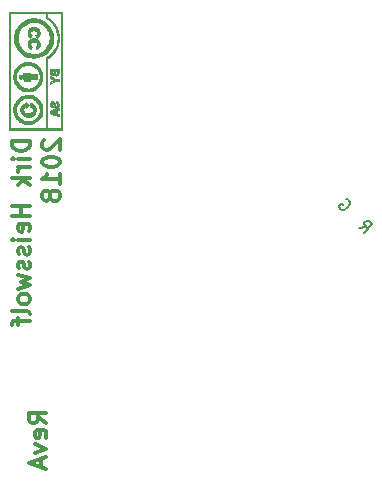
<source format=gbr>
G04 #@! TF.FileFunction,Legend,Bot*
%FSLAX46Y46*%
G04 Gerber Fmt 4.6, Leading zero omitted, Abs format (unit mm)*
G04 Created by KiCad (PCBNEW 4.0.7) date 05/29/18 01:17:18*
%MOMM*%
%LPD*%
G01*
G04 APERTURE LIST*
%ADD10C,0.100000*%
%ADD11C,0.300000*%
%ADD12C,0.002540*%
%ADD13C,0.150000*%
G04 APERTURE END LIST*
D10*
D11*
X120820571Y-122051144D02*
X120106286Y-121551144D01*
X120820571Y-121194001D02*
X119320571Y-121194001D01*
X119320571Y-121765429D01*
X119392000Y-121908287D01*
X119463429Y-121979715D01*
X119606286Y-122051144D01*
X119820571Y-122051144D01*
X119963429Y-121979715D01*
X120034857Y-121908287D01*
X120106286Y-121765429D01*
X120106286Y-121194001D01*
X120749143Y-123265429D02*
X120820571Y-123122572D01*
X120820571Y-122836858D01*
X120749143Y-122694001D01*
X120606286Y-122622572D01*
X120034857Y-122622572D01*
X119892000Y-122694001D01*
X119820571Y-122836858D01*
X119820571Y-123122572D01*
X119892000Y-123265429D01*
X120034857Y-123336858D01*
X120177714Y-123336858D01*
X120320571Y-122622572D01*
X119820571Y-123836858D02*
X120820571Y-124194001D01*
X119820571Y-124551143D01*
X120392000Y-125051143D02*
X120392000Y-125765429D01*
X120820571Y-124908286D02*
X119320571Y-125408286D01*
X120820571Y-125908286D01*
X119418571Y-98147143D02*
X117918571Y-98147143D01*
X117918571Y-98504286D01*
X117990000Y-98718571D01*
X118132857Y-98861429D01*
X118275714Y-98932857D01*
X118561429Y-99004286D01*
X118775714Y-99004286D01*
X119061429Y-98932857D01*
X119204286Y-98861429D01*
X119347143Y-98718571D01*
X119418571Y-98504286D01*
X119418571Y-98147143D01*
X119418571Y-99647143D02*
X118418571Y-99647143D01*
X117918571Y-99647143D02*
X117990000Y-99575714D01*
X118061429Y-99647143D01*
X117990000Y-99718571D01*
X117918571Y-99647143D01*
X118061429Y-99647143D01*
X119418571Y-100361429D02*
X118418571Y-100361429D01*
X118704286Y-100361429D02*
X118561429Y-100432857D01*
X118490000Y-100504286D01*
X118418571Y-100647143D01*
X118418571Y-100790000D01*
X119418571Y-101290000D02*
X117918571Y-101290000D01*
X118847143Y-101432857D02*
X119418571Y-101861428D01*
X118418571Y-101861428D02*
X118990000Y-101290000D01*
X119418571Y-103647143D02*
X117918571Y-103647143D01*
X118632857Y-103647143D02*
X118632857Y-104504286D01*
X119418571Y-104504286D02*
X117918571Y-104504286D01*
X119347143Y-105790000D02*
X119418571Y-105647143D01*
X119418571Y-105361429D01*
X119347143Y-105218572D01*
X119204286Y-105147143D01*
X118632857Y-105147143D01*
X118490000Y-105218572D01*
X118418571Y-105361429D01*
X118418571Y-105647143D01*
X118490000Y-105790000D01*
X118632857Y-105861429D01*
X118775714Y-105861429D01*
X118918571Y-105147143D01*
X119418571Y-106504286D02*
X118418571Y-106504286D01*
X117918571Y-106504286D02*
X117990000Y-106432857D01*
X118061429Y-106504286D01*
X117990000Y-106575714D01*
X117918571Y-106504286D01*
X118061429Y-106504286D01*
X119347143Y-107147143D02*
X119418571Y-107290000D01*
X119418571Y-107575715D01*
X119347143Y-107718572D01*
X119204286Y-107790000D01*
X119132857Y-107790000D01*
X118990000Y-107718572D01*
X118918571Y-107575715D01*
X118918571Y-107361429D01*
X118847143Y-107218572D01*
X118704286Y-107147143D01*
X118632857Y-107147143D01*
X118490000Y-107218572D01*
X118418571Y-107361429D01*
X118418571Y-107575715D01*
X118490000Y-107718572D01*
X119347143Y-108361429D02*
X119418571Y-108504286D01*
X119418571Y-108790001D01*
X119347143Y-108932858D01*
X119204286Y-109004286D01*
X119132857Y-109004286D01*
X118990000Y-108932858D01*
X118918571Y-108790001D01*
X118918571Y-108575715D01*
X118847143Y-108432858D01*
X118704286Y-108361429D01*
X118632857Y-108361429D01*
X118490000Y-108432858D01*
X118418571Y-108575715D01*
X118418571Y-108790001D01*
X118490000Y-108932858D01*
X118418571Y-109504287D02*
X119418571Y-109790001D01*
X118704286Y-110075715D01*
X119418571Y-110361430D01*
X118418571Y-110647144D01*
X119418571Y-111432859D02*
X119347143Y-111290001D01*
X119275714Y-111218573D01*
X119132857Y-111147144D01*
X118704286Y-111147144D01*
X118561429Y-111218573D01*
X118490000Y-111290001D01*
X118418571Y-111432859D01*
X118418571Y-111647144D01*
X118490000Y-111790001D01*
X118561429Y-111861430D01*
X118704286Y-111932859D01*
X119132857Y-111932859D01*
X119275714Y-111861430D01*
X119347143Y-111790001D01*
X119418571Y-111647144D01*
X119418571Y-111432859D01*
X119418571Y-112790002D02*
X119347143Y-112647144D01*
X119204286Y-112575716D01*
X117918571Y-112575716D01*
X118418571Y-113147144D02*
X118418571Y-113718573D01*
X119418571Y-113361430D02*
X118132857Y-113361430D01*
X117990000Y-113432858D01*
X117918571Y-113575716D01*
X117918571Y-113718573D01*
X120611429Y-98075714D02*
X120540000Y-98147143D01*
X120468571Y-98290000D01*
X120468571Y-98647143D01*
X120540000Y-98790000D01*
X120611429Y-98861429D01*
X120754286Y-98932857D01*
X120897143Y-98932857D01*
X121111429Y-98861429D01*
X121968571Y-98004286D01*
X121968571Y-98932857D01*
X120468571Y-99861428D02*
X120468571Y-100004285D01*
X120540000Y-100147142D01*
X120611429Y-100218571D01*
X120754286Y-100290000D01*
X121040000Y-100361428D01*
X121397143Y-100361428D01*
X121682857Y-100290000D01*
X121825714Y-100218571D01*
X121897143Y-100147142D01*
X121968571Y-100004285D01*
X121968571Y-99861428D01*
X121897143Y-99718571D01*
X121825714Y-99647142D01*
X121682857Y-99575714D01*
X121397143Y-99504285D01*
X121040000Y-99504285D01*
X120754286Y-99575714D01*
X120611429Y-99647142D01*
X120540000Y-99718571D01*
X120468571Y-99861428D01*
X121968571Y-101789999D02*
X121968571Y-100932856D01*
X121968571Y-101361428D02*
X120468571Y-101361428D01*
X120682857Y-101218571D01*
X120825714Y-101075713D01*
X120897143Y-100932856D01*
X121111429Y-102647142D02*
X121040000Y-102504284D01*
X120968571Y-102432856D01*
X120825714Y-102361427D01*
X120754286Y-102361427D01*
X120611429Y-102432856D01*
X120540000Y-102504284D01*
X120468571Y-102647142D01*
X120468571Y-102932856D01*
X120540000Y-103075713D01*
X120611429Y-103147142D01*
X120754286Y-103218570D01*
X120825714Y-103218570D01*
X120968571Y-103147142D01*
X121040000Y-103075713D01*
X121111429Y-102932856D01*
X121111429Y-102647142D01*
X121182857Y-102504284D01*
X121254286Y-102432856D01*
X121397143Y-102361427D01*
X121682857Y-102361427D01*
X121825714Y-102432856D01*
X121897143Y-102504284D01*
X121968571Y-102647142D01*
X121968571Y-102932856D01*
X121897143Y-103075713D01*
X121825714Y-103147142D01*
X121682857Y-103218570D01*
X121397143Y-103218570D01*
X121254286Y-103147142D01*
X121182857Y-103075713D01*
X121111429Y-102932856D01*
D12*
G36*
X122120660Y-97208340D02*
X122120660Y-97094040D01*
X120779540Y-97094040D01*
X119313960Y-97094040D01*
X117843300Y-97094040D01*
X117805200Y-97055940D01*
X117769640Y-97017840D01*
X117769640Y-92207080D01*
X117769640Y-87398860D01*
X117805200Y-87360760D01*
X117843300Y-87322660D01*
X119313960Y-87322660D01*
X120779540Y-87325200D01*
X120782080Y-87551260D01*
X120782080Y-87777320D01*
X120911620Y-87861140D01*
X121079260Y-87983060D01*
X121231660Y-88125300D01*
X121368820Y-88285320D01*
X121488200Y-88460580D01*
X121587260Y-88648540D01*
X121666000Y-88846660D01*
X121721880Y-89052400D01*
X121749820Y-89217500D01*
X121757440Y-89303860D01*
X121759980Y-89405460D01*
X121757440Y-89517220D01*
X121749820Y-89626440D01*
X121737120Y-89725500D01*
X121726960Y-89786460D01*
X121671080Y-90002360D01*
X121592340Y-90205560D01*
X121495820Y-90393520D01*
X121373900Y-90571320D01*
X121229120Y-90736420D01*
X121160540Y-90805000D01*
X121099580Y-90860880D01*
X121028460Y-90916760D01*
X120957340Y-90970100D01*
X120911620Y-91003120D01*
X120782080Y-91084400D01*
X120782080Y-94086680D01*
X120779540Y-97094040D01*
X122120660Y-97094040D01*
X122120660Y-97078800D01*
X122019060Y-97078800D01*
X121457720Y-97078800D01*
X120896380Y-97078800D01*
X120896380Y-94122240D01*
X120896380Y-91168220D01*
X121013220Y-91089480D01*
X121150380Y-90992960D01*
X121269760Y-90896440D01*
X121368820Y-90797380D01*
X121457720Y-90693240D01*
X121536460Y-90576400D01*
X121587260Y-90490040D01*
X121658380Y-90350340D01*
X121716800Y-90225880D01*
X121765060Y-90109040D01*
X121803160Y-89989660D01*
X121833640Y-89865200D01*
X121833640Y-89860120D01*
X121869200Y-89677240D01*
X121884440Y-89504520D01*
X121884440Y-89339420D01*
X121866660Y-89171780D01*
X121833640Y-89001600D01*
X121775220Y-88806020D01*
X121693940Y-88610440D01*
X121584720Y-88409780D01*
X121452640Y-88209120D01*
X121404380Y-88140540D01*
X121361200Y-88089740D01*
X121302780Y-88028780D01*
X121236740Y-87965280D01*
X121168160Y-87899240D01*
X121094500Y-87835740D01*
X121028460Y-87782400D01*
X120970040Y-87739220D01*
X120934480Y-87716360D01*
X120896380Y-87696040D01*
X120896380Y-87503000D01*
X120896380Y-87309960D01*
X121457720Y-87309960D01*
X122019060Y-87309960D01*
X122019060Y-92196920D01*
X122019060Y-97078800D01*
X122120660Y-97078800D01*
X122120660Y-92214700D01*
X122120660Y-87223600D01*
X121940320Y-87215980D01*
X121902220Y-87213440D01*
X121843800Y-87213440D01*
X121762520Y-87213440D01*
X121663460Y-87213440D01*
X121546620Y-87210900D01*
X121414540Y-87210900D01*
X121267220Y-87210900D01*
X121107200Y-87210900D01*
X120937020Y-87210900D01*
X120756680Y-87210900D01*
X120568720Y-87210900D01*
X120375680Y-87210900D01*
X120177560Y-87210900D01*
X119976900Y-87210900D01*
X119776240Y-87210900D01*
X119573040Y-87210900D01*
X119372380Y-87213440D01*
X119176800Y-87213440D01*
X118983760Y-87213440D01*
X118798340Y-87213440D01*
X118623080Y-87215980D01*
X118455440Y-87215980D01*
X118300500Y-87218520D01*
X118158260Y-87218520D01*
X118031260Y-87218520D01*
X117922040Y-87221060D01*
X117828060Y-87221060D01*
X117756940Y-87223600D01*
X117703600Y-87223600D01*
X117675660Y-87226140D01*
X117670580Y-87226140D01*
X117670580Y-87238840D01*
X117670580Y-87276940D01*
X117668040Y-87337900D01*
X117668040Y-87421720D01*
X117668040Y-87525860D01*
X117668040Y-87652860D01*
X117665500Y-87795100D01*
X117665500Y-87957660D01*
X117665500Y-88138000D01*
X117665500Y-88333580D01*
X117662960Y-88544400D01*
X117662960Y-88767920D01*
X117662960Y-89006680D01*
X117662960Y-89255600D01*
X117662960Y-89514680D01*
X117660420Y-89783920D01*
X117660420Y-90060780D01*
X117660420Y-90347800D01*
X117660420Y-90637360D01*
X117660420Y-90934540D01*
X117660420Y-91236800D01*
X117657880Y-91541600D01*
X117657880Y-91848940D01*
X117657880Y-92158820D01*
X117657880Y-92463620D01*
X117657880Y-92770960D01*
X117657880Y-93075760D01*
X117657880Y-93378020D01*
X117657880Y-93677740D01*
X117657880Y-93969840D01*
X117657880Y-94256860D01*
X117657880Y-94536260D01*
X117657880Y-94808040D01*
X117657880Y-95069660D01*
X117657880Y-95321120D01*
X117657880Y-95559880D01*
X117657880Y-95785940D01*
X117657880Y-95999300D01*
X117657880Y-96197420D01*
X117657880Y-96380300D01*
X117657880Y-96547940D01*
X117660420Y-96695260D01*
X117660420Y-96824800D01*
X117660420Y-96931480D01*
X117660420Y-97020380D01*
X117662960Y-97086420D01*
X117662960Y-97129600D01*
X117662960Y-97147380D01*
X117670580Y-97208340D01*
X119895620Y-97208340D01*
X122120660Y-97208340D01*
X122120660Y-97208340D01*
X122120660Y-97208340D01*
G37*
X122120660Y-97208340D02*
X122120660Y-97094040D01*
X120779540Y-97094040D01*
X119313960Y-97094040D01*
X117843300Y-97094040D01*
X117805200Y-97055940D01*
X117769640Y-97017840D01*
X117769640Y-92207080D01*
X117769640Y-87398860D01*
X117805200Y-87360760D01*
X117843300Y-87322660D01*
X119313960Y-87322660D01*
X120779540Y-87325200D01*
X120782080Y-87551260D01*
X120782080Y-87777320D01*
X120911620Y-87861140D01*
X121079260Y-87983060D01*
X121231660Y-88125300D01*
X121368820Y-88285320D01*
X121488200Y-88460580D01*
X121587260Y-88648540D01*
X121666000Y-88846660D01*
X121721880Y-89052400D01*
X121749820Y-89217500D01*
X121757440Y-89303860D01*
X121759980Y-89405460D01*
X121757440Y-89517220D01*
X121749820Y-89626440D01*
X121737120Y-89725500D01*
X121726960Y-89786460D01*
X121671080Y-90002360D01*
X121592340Y-90205560D01*
X121495820Y-90393520D01*
X121373900Y-90571320D01*
X121229120Y-90736420D01*
X121160540Y-90805000D01*
X121099580Y-90860880D01*
X121028460Y-90916760D01*
X120957340Y-90970100D01*
X120911620Y-91003120D01*
X120782080Y-91084400D01*
X120782080Y-94086680D01*
X120779540Y-97094040D01*
X122120660Y-97094040D01*
X122120660Y-97078800D01*
X122019060Y-97078800D01*
X121457720Y-97078800D01*
X120896380Y-97078800D01*
X120896380Y-94122240D01*
X120896380Y-91168220D01*
X121013220Y-91089480D01*
X121150380Y-90992960D01*
X121269760Y-90896440D01*
X121368820Y-90797380D01*
X121457720Y-90693240D01*
X121536460Y-90576400D01*
X121587260Y-90490040D01*
X121658380Y-90350340D01*
X121716800Y-90225880D01*
X121765060Y-90109040D01*
X121803160Y-89989660D01*
X121833640Y-89865200D01*
X121833640Y-89860120D01*
X121869200Y-89677240D01*
X121884440Y-89504520D01*
X121884440Y-89339420D01*
X121866660Y-89171780D01*
X121833640Y-89001600D01*
X121775220Y-88806020D01*
X121693940Y-88610440D01*
X121584720Y-88409780D01*
X121452640Y-88209120D01*
X121404380Y-88140540D01*
X121361200Y-88089740D01*
X121302780Y-88028780D01*
X121236740Y-87965280D01*
X121168160Y-87899240D01*
X121094500Y-87835740D01*
X121028460Y-87782400D01*
X120970040Y-87739220D01*
X120934480Y-87716360D01*
X120896380Y-87696040D01*
X120896380Y-87503000D01*
X120896380Y-87309960D01*
X121457720Y-87309960D01*
X122019060Y-87309960D01*
X122019060Y-92196920D01*
X122019060Y-97078800D01*
X122120660Y-97078800D01*
X122120660Y-92214700D01*
X122120660Y-87223600D01*
X121940320Y-87215980D01*
X121902220Y-87213440D01*
X121843800Y-87213440D01*
X121762520Y-87213440D01*
X121663460Y-87213440D01*
X121546620Y-87210900D01*
X121414540Y-87210900D01*
X121267220Y-87210900D01*
X121107200Y-87210900D01*
X120937020Y-87210900D01*
X120756680Y-87210900D01*
X120568720Y-87210900D01*
X120375680Y-87210900D01*
X120177560Y-87210900D01*
X119976900Y-87210900D01*
X119776240Y-87210900D01*
X119573040Y-87210900D01*
X119372380Y-87213440D01*
X119176800Y-87213440D01*
X118983760Y-87213440D01*
X118798340Y-87213440D01*
X118623080Y-87215980D01*
X118455440Y-87215980D01*
X118300500Y-87218520D01*
X118158260Y-87218520D01*
X118031260Y-87218520D01*
X117922040Y-87221060D01*
X117828060Y-87221060D01*
X117756940Y-87223600D01*
X117703600Y-87223600D01*
X117675660Y-87226140D01*
X117670580Y-87226140D01*
X117670580Y-87238840D01*
X117670580Y-87276940D01*
X117668040Y-87337900D01*
X117668040Y-87421720D01*
X117668040Y-87525860D01*
X117668040Y-87652860D01*
X117665500Y-87795100D01*
X117665500Y-87957660D01*
X117665500Y-88138000D01*
X117665500Y-88333580D01*
X117662960Y-88544400D01*
X117662960Y-88767920D01*
X117662960Y-89006680D01*
X117662960Y-89255600D01*
X117662960Y-89514680D01*
X117660420Y-89783920D01*
X117660420Y-90060780D01*
X117660420Y-90347800D01*
X117660420Y-90637360D01*
X117660420Y-90934540D01*
X117660420Y-91236800D01*
X117657880Y-91541600D01*
X117657880Y-91848940D01*
X117657880Y-92158820D01*
X117657880Y-92463620D01*
X117657880Y-92770960D01*
X117657880Y-93075760D01*
X117657880Y-93378020D01*
X117657880Y-93677740D01*
X117657880Y-93969840D01*
X117657880Y-94256860D01*
X117657880Y-94536260D01*
X117657880Y-94808040D01*
X117657880Y-95069660D01*
X117657880Y-95321120D01*
X117657880Y-95559880D01*
X117657880Y-95785940D01*
X117657880Y-95999300D01*
X117657880Y-96197420D01*
X117657880Y-96380300D01*
X117657880Y-96547940D01*
X117660420Y-96695260D01*
X117660420Y-96824800D01*
X117660420Y-96931480D01*
X117660420Y-97020380D01*
X117662960Y-97086420D01*
X117662960Y-97129600D01*
X117662960Y-97147380D01*
X117670580Y-97208340D01*
X119895620Y-97208340D01*
X122120660Y-97208340D01*
X122120660Y-97208340D01*
G36*
X121663460Y-95341440D02*
X121711720Y-95328740D01*
X121757440Y-95300800D01*
X121770140Y-95290640D01*
X121810780Y-95239840D01*
X121841260Y-95171260D01*
X121856500Y-95092520D01*
X121859040Y-95013780D01*
X121856500Y-95003620D01*
X121836180Y-94914720D01*
X121798080Y-94843600D01*
X121747280Y-94790260D01*
X121681240Y-94757240D01*
X121673620Y-94754700D01*
X121635520Y-94747080D01*
X121612660Y-94754700D01*
X121599960Y-94777560D01*
X121599960Y-94820740D01*
X121599960Y-94830900D01*
X121605040Y-94871540D01*
X121612660Y-94894400D01*
X121627900Y-94904560D01*
X121648220Y-94912180D01*
X121693940Y-94940120D01*
X121721880Y-94983300D01*
X121737120Y-95036640D01*
X121732040Y-95097600D01*
X121719340Y-95133160D01*
X121696480Y-95171260D01*
X121668540Y-95186500D01*
X121632980Y-95183960D01*
X121615200Y-95176340D01*
X121597420Y-95158560D01*
X121582180Y-95125540D01*
X121561860Y-95077280D01*
X121541540Y-95008700D01*
X121528840Y-94970600D01*
X121508520Y-94912180D01*
X121490740Y-94869000D01*
X121470420Y-94838520D01*
X121452640Y-94820740D01*
X121394220Y-94785180D01*
X121338340Y-94772480D01*
X121279920Y-94777560D01*
X121229120Y-94802960D01*
X121183400Y-94846140D01*
X121147840Y-94899480D01*
X121124980Y-94965520D01*
X121117360Y-95039180D01*
X121124980Y-95110300D01*
X121147840Y-95194120D01*
X121185940Y-95255080D01*
X121236740Y-95293180D01*
X121300240Y-95313500D01*
X121302780Y-95313500D01*
X121356120Y-95321120D01*
X121356120Y-95247460D01*
X121353580Y-95206820D01*
X121348500Y-95183960D01*
X121338340Y-95171260D01*
X121315480Y-95161100D01*
X121277380Y-95135700D01*
X121251980Y-95095060D01*
X121241820Y-95046800D01*
X121246900Y-94998540D01*
X121269760Y-94955360D01*
X121272300Y-94952820D01*
X121300240Y-94927420D01*
X121320560Y-94924880D01*
X121345960Y-94937580D01*
X121353580Y-94942660D01*
X121371360Y-94970600D01*
X121394220Y-95023940D01*
X121417080Y-95100140D01*
X121417080Y-95105220D01*
X121445020Y-95191580D01*
X121472960Y-95252540D01*
X121503440Y-95295720D01*
X121544080Y-95323660D01*
X121592340Y-95338900D01*
X121602500Y-95338900D01*
X121663460Y-95341440D01*
X121663460Y-95341440D01*
X121663460Y-95341440D01*
G37*
X121663460Y-95341440D02*
X121711720Y-95328740D01*
X121757440Y-95300800D01*
X121770140Y-95290640D01*
X121810780Y-95239840D01*
X121841260Y-95171260D01*
X121856500Y-95092520D01*
X121859040Y-95013780D01*
X121856500Y-95003620D01*
X121836180Y-94914720D01*
X121798080Y-94843600D01*
X121747280Y-94790260D01*
X121681240Y-94757240D01*
X121673620Y-94754700D01*
X121635520Y-94747080D01*
X121612660Y-94754700D01*
X121599960Y-94777560D01*
X121599960Y-94820740D01*
X121599960Y-94830900D01*
X121605040Y-94871540D01*
X121612660Y-94894400D01*
X121627900Y-94904560D01*
X121648220Y-94912180D01*
X121693940Y-94940120D01*
X121721880Y-94983300D01*
X121737120Y-95036640D01*
X121732040Y-95097600D01*
X121719340Y-95133160D01*
X121696480Y-95171260D01*
X121668540Y-95186500D01*
X121632980Y-95183960D01*
X121615200Y-95176340D01*
X121597420Y-95158560D01*
X121582180Y-95125540D01*
X121561860Y-95077280D01*
X121541540Y-95008700D01*
X121528840Y-94970600D01*
X121508520Y-94912180D01*
X121490740Y-94869000D01*
X121470420Y-94838520D01*
X121452640Y-94820740D01*
X121394220Y-94785180D01*
X121338340Y-94772480D01*
X121279920Y-94777560D01*
X121229120Y-94802960D01*
X121183400Y-94846140D01*
X121147840Y-94899480D01*
X121124980Y-94965520D01*
X121117360Y-95039180D01*
X121124980Y-95110300D01*
X121147840Y-95194120D01*
X121185940Y-95255080D01*
X121236740Y-95293180D01*
X121300240Y-95313500D01*
X121302780Y-95313500D01*
X121356120Y-95321120D01*
X121356120Y-95247460D01*
X121353580Y-95206820D01*
X121348500Y-95183960D01*
X121338340Y-95171260D01*
X121315480Y-95161100D01*
X121277380Y-95135700D01*
X121251980Y-95095060D01*
X121241820Y-95046800D01*
X121246900Y-94998540D01*
X121269760Y-94955360D01*
X121272300Y-94952820D01*
X121300240Y-94927420D01*
X121320560Y-94924880D01*
X121345960Y-94937580D01*
X121353580Y-94942660D01*
X121371360Y-94970600D01*
X121394220Y-95023940D01*
X121417080Y-95100140D01*
X121417080Y-95105220D01*
X121445020Y-95191580D01*
X121472960Y-95252540D01*
X121503440Y-95295720D01*
X121544080Y-95323660D01*
X121592340Y-95338900D01*
X121602500Y-95338900D01*
X121663460Y-95341440D01*
X121663460Y-95341440D01*
G36*
X121663460Y-92618560D02*
X121729500Y-92598240D01*
X121782840Y-92557600D01*
X121815860Y-92501720D01*
X121826020Y-92478860D01*
X121831100Y-92456000D01*
X121622820Y-92456000D01*
X121584720Y-92450920D01*
X121559320Y-92435680D01*
X121556780Y-92430600D01*
X121330720Y-92430600D01*
X121295160Y-92417900D01*
X121285000Y-92410280D01*
X121274840Y-92389960D01*
X121269760Y-92356940D01*
X121267220Y-92301060D01*
X121267220Y-92290900D01*
X121267220Y-92194380D01*
X121307860Y-92189300D01*
X121348500Y-92186760D01*
X121384060Y-92186760D01*
X121401840Y-92191840D01*
X121412000Y-92199460D01*
X121417080Y-92214700D01*
X121419620Y-92250260D01*
X121419620Y-92280740D01*
X121417080Y-92346780D01*
X121406920Y-92389960D01*
X121399300Y-92402660D01*
X121368820Y-92425520D01*
X121330720Y-92430600D01*
X121556780Y-92430600D01*
X121544080Y-92405200D01*
X121536460Y-92354400D01*
X121533920Y-92293440D01*
X121533920Y-92191840D01*
X121622820Y-92191840D01*
X121714260Y-92191840D01*
X121714260Y-92298520D01*
X121711720Y-92359480D01*
X121706640Y-92397580D01*
X121699020Y-92422980D01*
X121691400Y-92433140D01*
X121658380Y-92450920D01*
X121622820Y-92456000D01*
X121831100Y-92456000D01*
X121831100Y-92450920D01*
X121836180Y-92415360D01*
X121838720Y-92364560D01*
X121841260Y-92298520D01*
X121841260Y-92235020D01*
X121841260Y-92024200D01*
X121490740Y-92024200D01*
X121137680Y-92024200D01*
X121137680Y-92232480D01*
X121140220Y-92326460D01*
X121142760Y-92395040D01*
X121147840Y-92448380D01*
X121158000Y-92486480D01*
X121170700Y-92516960D01*
X121191020Y-92539820D01*
X121198640Y-92549980D01*
X121234200Y-92567760D01*
X121285000Y-92580460D01*
X121335800Y-92583000D01*
X121361200Y-92577920D01*
X121394220Y-92562680D01*
X121427240Y-92537280D01*
X121429780Y-92534740D01*
X121450100Y-92514420D01*
X121462800Y-92511880D01*
X121467880Y-92519500D01*
X121490740Y-92555060D01*
X121528840Y-92588080D01*
X121572020Y-92610940D01*
X121589800Y-92616020D01*
X121663460Y-92618560D01*
X121663460Y-92618560D01*
X121663460Y-92618560D01*
G37*
X121663460Y-92618560D02*
X121729500Y-92598240D01*
X121782840Y-92557600D01*
X121815860Y-92501720D01*
X121826020Y-92478860D01*
X121831100Y-92456000D01*
X121622820Y-92456000D01*
X121584720Y-92450920D01*
X121559320Y-92435680D01*
X121556780Y-92430600D01*
X121330720Y-92430600D01*
X121295160Y-92417900D01*
X121285000Y-92410280D01*
X121274840Y-92389960D01*
X121269760Y-92356940D01*
X121267220Y-92301060D01*
X121267220Y-92290900D01*
X121267220Y-92194380D01*
X121307860Y-92189300D01*
X121348500Y-92186760D01*
X121384060Y-92186760D01*
X121401840Y-92191840D01*
X121412000Y-92199460D01*
X121417080Y-92214700D01*
X121419620Y-92250260D01*
X121419620Y-92280740D01*
X121417080Y-92346780D01*
X121406920Y-92389960D01*
X121399300Y-92402660D01*
X121368820Y-92425520D01*
X121330720Y-92430600D01*
X121556780Y-92430600D01*
X121544080Y-92405200D01*
X121536460Y-92354400D01*
X121533920Y-92293440D01*
X121533920Y-92191840D01*
X121622820Y-92191840D01*
X121714260Y-92191840D01*
X121714260Y-92298520D01*
X121711720Y-92359480D01*
X121706640Y-92397580D01*
X121699020Y-92422980D01*
X121691400Y-92433140D01*
X121658380Y-92450920D01*
X121622820Y-92456000D01*
X121831100Y-92456000D01*
X121831100Y-92450920D01*
X121836180Y-92415360D01*
X121838720Y-92364560D01*
X121841260Y-92298520D01*
X121841260Y-92235020D01*
X121841260Y-92024200D01*
X121490740Y-92024200D01*
X121137680Y-92024200D01*
X121137680Y-92232480D01*
X121140220Y-92326460D01*
X121142760Y-92395040D01*
X121147840Y-92448380D01*
X121158000Y-92486480D01*
X121170700Y-92516960D01*
X121191020Y-92539820D01*
X121198640Y-92549980D01*
X121234200Y-92567760D01*
X121285000Y-92580460D01*
X121335800Y-92583000D01*
X121361200Y-92577920D01*
X121394220Y-92562680D01*
X121427240Y-92537280D01*
X121429780Y-92534740D01*
X121450100Y-92514420D01*
X121462800Y-92511880D01*
X121467880Y-92519500D01*
X121490740Y-92555060D01*
X121528840Y-92588080D01*
X121572020Y-92610940D01*
X121589800Y-92616020D01*
X121663460Y-92618560D01*
X121663460Y-92618560D01*
G36*
X121137680Y-93324680D02*
X121361200Y-93190060D01*
X121584720Y-93055440D01*
X121711720Y-93055440D01*
X121841260Y-93055440D01*
X121841260Y-92979240D01*
X121841260Y-92903040D01*
X121706640Y-92903040D01*
X121569480Y-92903040D01*
X121363740Y-92778580D01*
X121297700Y-92740480D01*
X121239280Y-92707460D01*
X121193560Y-92679520D01*
X121163080Y-92659200D01*
X121147840Y-92651580D01*
X121142760Y-92661740D01*
X121140220Y-92689680D01*
X121137680Y-92730320D01*
X121137680Y-92735400D01*
X121137680Y-92824300D01*
X121274840Y-92903040D01*
X121335800Y-92941140D01*
X121373900Y-92966540D01*
X121394220Y-92984320D01*
X121391680Y-92994480D01*
X121373900Y-93004640D01*
X121340880Y-93024960D01*
X121295160Y-93050360D01*
X121259600Y-93073220D01*
X121145300Y-93139260D01*
X121140220Y-93230700D01*
X121137680Y-93324680D01*
X121137680Y-93324680D01*
X121137680Y-93324680D01*
G37*
X121137680Y-93324680D02*
X121361200Y-93190060D01*
X121584720Y-93055440D01*
X121711720Y-93055440D01*
X121841260Y-93055440D01*
X121841260Y-92979240D01*
X121841260Y-92903040D01*
X121706640Y-92903040D01*
X121569480Y-92903040D01*
X121363740Y-92778580D01*
X121297700Y-92740480D01*
X121239280Y-92707460D01*
X121193560Y-92679520D01*
X121163080Y-92659200D01*
X121147840Y-92651580D01*
X121142760Y-92661740D01*
X121140220Y-92689680D01*
X121137680Y-92730320D01*
X121137680Y-92735400D01*
X121137680Y-92824300D01*
X121274840Y-92903040D01*
X121335800Y-92941140D01*
X121373900Y-92966540D01*
X121394220Y-92984320D01*
X121391680Y-92994480D01*
X121373900Y-93004640D01*
X121340880Y-93024960D01*
X121295160Y-93050360D01*
X121259600Y-93073220D01*
X121145300Y-93139260D01*
X121140220Y-93230700D01*
X121137680Y-93324680D01*
X121137680Y-93324680D01*
G36*
X121831100Y-96045020D02*
X121836180Y-96034860D01*
X121838720Y-96001840D01*
X121841260Y-95963740D01*
X121841260Y-95882460D01*
X121765060Y-95859600D01*
X121688860Y-95836740D01*
X121688860Y-95788480D01*
X121559320Y-95788480D01*
X121445020Y-95747840D01*
X121396760Y-95732600D01*
X121358660Y-95714820D01*
X121340880Y-95704660D01*
X121338340Y-95702120D01*
X121353580Y-95691960D01*
X121386600Y-95679260D01*
X121429780Y-95664020D01*
X121475500Y-95648780D01*
X121516140Y-95633540D01*
X121544080Y-95625920D01*
X121551700Y-95623380D01*
X121556780Y-95636080D01*
X121559320Y-95666560D01*
X121559320Y-95704660D01*
X121559320Y-95788480D01*
X121688860Y-95788480D01*
X121688860Y-95704660D01*
X121688860Y-95575120D01*
X121765060Y-95547180D01*
X121841260Y-95519240D01*
X121841260Y-95437960D01*
X121841260Y-95359220D01*
X121493280Y-95491300D01*
X121145300Y-95620840D01*
X121145300Y-95707200D01*
X121145300Y-95791020D01*
X121483120Y-95918020D01*
X121572020Y-95951040D01*
X121650760Y-95981520D01*
X121719340Y-96006920D01*
X121775220Y-96024700D01*
X121813320Y-96039940D01*
X121831100Y-96045020D01*
X121831100Y-96045020D01*
X121831100Y-96045020D01*
X121831100Y-96045020D01*
G37*
X121831100Y-96045020D02*
X121836180Y-96034860D01*
X121838720Y-96001840D01*
X121841260Y-95963740D01*
X121841260Y-95882460D01*
X121765060Y-95859600D01*
X121688860Y-95836740D01*
X121688860Y-95788480D01*
X121559320Y-95788480D01*
X121445020Y-95747840D01*
X121396760Y-95732600D01*
X121358660Y-95714820D01*
X121340880Y-95704660D01*
X121338340Y-95702120D01*
X121353580Y-95691960D01*
X121386600Y-95679260D01*
X121429780Y-95664020D01*
X121475500Y-95648780D01*
X121516140Y-95633540D01*
X121544080Y-95625920D01*
X121551700Y-95623380D01*
X121556780Y-95636080D01*
X121559320Y-95666560D01*
X121559320Y-95704660D01*
X121559320Y-95788480D01*
X121688860Y-95788480D01*
X121688860Y-95704660D01*
X121688860Y-95575120D01*
X121765060Y-95547180D01*
X121841260Y-95519240D01*
X121841260Y-95437960D01*
X121841260Y-95359220D01*
X121493280Y-95491300D01*
X121145300Y-95620840D01*
X121145300Y-95707200D01*
X121145300Y-95791020D01*
X121483120Y-95918020D01*
X121572020Y-95951040D01*
X121650760Y-95981520D01*
X121719340Y-96006920D01*
X121775220Y-96024700D01*
X121813320Y-96039940D01*
X121831100Y-96045020D01*
X121831100Y-96045020D01*
X121831100Y-96045020D01*
G36*
X119712740Y-91089480D02*
X119804180Y-91089480D01*
X119926100Y-91084400D01*
X120032780Y-91074240D01*
X120126760Y-91056460D01*
X120218200Y-91033600D01*
X120312180Y-91003120D01*
X120378220Y-90977720D01*
X120543320Y-90898980D01*
X120700800Y-90797380D01*
X120703340Y-90794840D01*
X119712740Y-90794840D01*
X119534940Y-90782140D01*
X119362220Y-90744040D01*
X119194580Y-90685620D01*
X119037100Y-90606880D01*
X118892320Y-90505280D01*
X118757700Y-90385900D01*
X118638320Y-90246200D01*
X118536720Y-90088720D01*
X118531640Y-90081100D01*
X118460520Y-89928700D01*
X118409720Y-89763600D01*
X118381780Y-89593420D01*
X118371620Y-89418160D01*
X118384320Y-89245440D01*
X118417340Y-89075260D01*
X118473220Y-88912700D01*
X118521480Y-88808560D01*
X118612920Y-88663780D01*
X118724680Y-88529160D01*
X118851680Y-88404700D01*
X118991380Y-88298020D01*
X119141240Y-88211660D01*
X119296180Y-88143080D01*
X119385080Y-88117680D01*
X119570500Y-88079580D01*
X119750840Y-88069420D01*
X119928640Y-88082120D01*
X120101360Y-88122760D01*
X120269000Y-88183720D01*
X120429020Y-88270080D01*
X120578880Y-88376760D01*
X120716040Y-88506300D01*
X120837960Y-88651080D01*
X120937020Y-88806020D01*
X121010680Y-88966040D01*
X121061480Y-89136220D01*
X121086880Y-89314020D01*
X121089420Y-89499440D01*
X121071640Y-89667080D01*
X121036080Y-89824560D01*
X120977660Y-89976960D01*
X120898920Y-90126820D01*
X120802400Y-90266520D01*
X120693180Y-90393520D01*
X120568720Y-90507820D01*
X120436640Y-90604340D01*
X120296940Y-90678000D01*
X120253760Y-90695780D01*
X120073420Y-90754200D01*
X119890540Y-90787220D01*
X119712740Y-90794840D01*
X120703340Y-90794840D01*
X120845580Y-90678000D01*
X120977660Y-90543380D01*
X121094500Y-90393520D01*
X121196100Y-90233500D01*
X121277380Y-90065860D01*
X121338340Y-89890600D01*
X121376440Y-89715340D01*
X121386600Y-89628980D01*
X121394220Y-89547700D01*
X121396760Y-89484200D01*
X121399300Y-89430860D01*
X121399300Y-89380060D01*
X121396760Y-89329260D01*
X121394220Y-89283540D01*
X121366280Y-89087960D01*
X121318020Y-88902540D01*
X121244360Y-88727280D01*
X121150380Y-88557100D01*
X121031000Y-88397080D01*
X120886220Y-88239600D01*
X120881140Y-88237060D01*
X120726200Y-88099900D01*
X120566180Y-87988140D01*
X120398540Y-87901780D01*
X120223280Y-87835740D01*
X120035320Y-87795100D01*
X119839740Y-87774780D01*
X119735600Y-87769700D01*
X119552720Y-87779860D01*
X119382540Y-87802720D01*
X119222520Y-87843360D01*
X119065040Y-87904320D01*
X118968520Y-87952580D01*
X118793260Y-88056720D01*
X118635780Y-88178640D01*
X118493540Y-88318340D01*
X118369080Y-88473280D01*
X118264940Y-88638380D01*
X118178580Y-88816180D01*
X118117620Y-89001600D01*
X118092220Y-89118440D01*
X118079520Y-89202260D01*
X118074440Y-89303860D01*
X118071900Y-89415620D01*
X118071900Y-89527380D01*
X118079520Y-89631520D01*
X118089680Y-89722960D01*
X118092220Y-89743280D01*
X118140480Y-89936320D01*
X118209060Y-90121740D01*
X118300500Y-90297000D01*
X118412260Y-90457020D01*
X118541800Y-90604340D01*
X118686580Y-90736420D01*
X118846600Y-90850720D01*
X119019320Y-90944700D01*
X119204740Y-91018360D01*
X119250460Y-91033600D01*
X119339360Y-91056460D01*
X119423180Y-91071700D01*
X119509540Y-91084400D01*
X119603520Y-91089480D01*
X119712740Y-91089480D01*
X119712740Y-91089480D01*
X119712740Y-91089480D01*
G37*
X119712740Y-91089480D02*
X119804180Y-91089480D01*
X119926100Y-91084400D01*
X120032780Y-91074240D01*
X120126760Y-91056460D01*
X120218200Y-91033600D01*
X120312180Y-91003120D01*
X120378220Y-90977720D01*
X120543320Y-90898980D01*
X120700800Y-90797380D01*
X120703340Y-90794840D01*
X119712740Y-90794840D01*
X119534940Y-90782140D01*
X119362220Y-90744040D01*
X119194580Y-90685620D01*
X119037100Y-90606880D01*
X118892320Y-90505280D01*
X118757700Y-90385900D01*
X118638320Y-90246200D01*
X118536720Y-90088720D01*
X118531640Y-90081100D01*
X118460520Y-89928700D01*
X118409720Y-89763600D01*
X118381780Y-89593420D01*
X118371620Y-89418160D01*
X118384320Y-89245440D01*
X118417340Y-89075260D01*
X118473220Y-88912700D01*
X118521480Y-88808560D01*
X118612920Y-88663780D01*
X118724680Y-88529160D01*
X118851680Y-88404700D01*
X118991380Y-88298020D01*
X119141240Y-88211660D01*
X119296180Y-88143080D01*
X119385080Y-88117680D01*
X119570500Y-88079580D01*
X119750840Y-88069420D01*
X119928640Y-88082120D01*
X120101360Y-88122760D01*
X120269000Y-88183720D01*
X120429020Y-88270080D01*
X120578880Y-88376760D01*
X120716040Y-88506300D01*
X120837960Y-88651080D01*
X120937020Y-88806020D01*
X121010680Y-88966040D01*
X121061480Y-89136220D01*
X121086880Y-89314020D01*
X121089420Y-89499440D01*
X121071640Y-89667080D01*
X121036080Y-89824560D01*
X120977660Y-89976960D01*
X120898920Y-90126820D01*
X120802400Y-90266520D01*
X120693180Y-90393520D01*
X120568720Y-90507820D01*
X120436640Y-90604340D01*
X120296940Y-90678000D01*
X120253760Y-90695780D01*
X120073420Y-90754200D01*
X119890540Y-90787220D01*
X119712740Y-90794840D01*
X120703340Y-90794840D01*
X120845580Y-90678000D01*
X120977660Y-90543380D01*
X121094500Y-90393520D01*
X121196100Y-90233500D01*
X121277380Y-90065860D01*
X121338340Y-89890600D01*
X121376440Y-89715340D01*
X121386600Y-89628980D01*
X121394220Y-89547700D01*
X121396760Y-89484200D01*
X121399300Y-89430860D01*
X121399300Y-89380060D01*
X121396760Y-89329260D01*
X121394220Y-89283540D01*
X121366280Y-89087960D01*
X121318020Y-88902540D01*
X121244360Y-88727280D01*
X121150380Y-88557100D01*
X121031000Y-88397080D01*
X120886220Y-88239600D01*
X120881140Y-88237060D01*
X120726200Y-88099900D01*
X120566180Y-87988140D01*
X120398540Y-87901780D01*
X120223280Y-87835740D01*
X120035320Y-87795100D01*
X119839740Y-87774780D01*
X119735600Y-87769700D01*
X119552720Y-87779860D01*
X119382540Y-87802720D01*
X119222520Y-87843360D01*
X119065040Y-87904320D01*
X118968520Y-87952580D01*
X118793260Y-88056720D01*
X118635780Y-88178640D01*
X118493540Y-88318340D01*
X118369080Y-88473280D01*
X118264940Y-88638380D01*
X118178580Y-88816180D01*
X118117620Y-89001600D01*
X118092220Y-89118440D01*
X118079520Y-89202260D01*
X118074440Y-89303860D01*
X118071900Y-89415620D01*
X118071900Y-89527380D01*
X118079520Y-89631520D01*
X118089680Y-89722960D01*
X118092220Y-89743280D01*
X118140480Y-89936320D01*
X118209060Y-90121740D01*
X118300500Y-90297000D01*
X118412260Y-90457020D01*
X118541800Y-90604340D01*
X118686580Y-90736420D01*
X118846600Y-90850720D01*
X119019320Y-90944700D01*
X119204740Y-91018360D01*
X119250460Y-91033600D01*
X119339360Y-91056460D01*
X119423180Y-91071700D01*
X119509540Y-91084400D01*
X119603520Y-91089480D01*
X119712740Y-91089480D01*
X119712740Y-91089480D01*
G36*
X119250460Y-93954600D02*
X119423180Y-93944440D01*
X119580660Y-93916500D01*
X119725440Y-93868240D01*
X119862600Y-93799660D01*
X119971820Y-93720920D01*
X119250460Y-93720920D01*
X119113300Y-93713300D01*
X118991380Y-93692980D01*
X118874540Y-93654880D01*
X118811040Y-93626940D01*
X118684040Y-93553280D01*
X118567200Y-93456760D01*
X118463060Y-93345000D01*
X118374160Y-93220540D01*
X118308120Y-93085920D01*
X118277640Y-93004640D01*
X118264940Y-92964000D01*
X118257320Y-92923360D01*
X118252240Y-92877640D01*
X118249700Y-92824300D01*
X118247160Y-92753180D01*
X118247160Y-92717620D01*
X118249700Y-92638880D01*
X118249700Y-92577920D01*
X118254780Y-92529660D01*
X118262400Y-92489020D01*
X118272560Y-92448380D01*
X118277640Y-92430600D01*
X118336060Y-92283280D01*
X118417340Y-92151200D01*
X118516400Y-92029280D01*
X118633240Y-91922600D01*
X118765320Y-91833700D01*
X118910100Y-91767660D01*
X118991380Y-91739720D01*
X119072660Y-91724480D01*
X119169180Y-91714320D01*
X119270780Y-91711780D01*
X119369840Y-91716860D01*
X119458740Y-91727020D01*
X119491760Y-91734640D01*
X119641620Y-91790520D01*
X119781320Y-91866720D01*
X119908320Y-91963240D01*
X120020080Y-92077540D01*
X120070880Y-92146120D01*
X120152160Y-92278200D01*
X120210580Y-92422980D01*
X120246140Y-92575380D01*
X120253760Y-92732860D01*
X120243600Y-92862400D01*
X120218200Y-92979240D01*
X120177560Y-93098620D01*
X120124220Y-93210380D01*
X120108980Y-93238320D01*
X120081040Y-93278960D01*
X120040400Y-93329760D01*
X119989600Y-93385640D01*
X119938800Y-93438980D01*
X119938800Y-93438980D01*
X119882920Y-93497400D01*
X119832120Y-93540580D01*
X119786400Y-93573600D01*
X119738140Y-93601540D01*
X119710200Y-93616780D01*
X119598440Y-93665040D01*
X119486680Y-93698060D01*
X119372380Y-93715840D01*
X119250460Y-93720920D01*
X119971820Y-93720920D01*
X119989600Y-93710760D01*
X120098820Y-93611700D01*
X120220740Y-93474540D01*
X120319800Y-93332300D01*
X120396000Y-93179900D01*
X120446800Y-93019880D01*
X120449340Y-93017340D01*
X120462040Y-92941140D01*
X120472200Y-92852240D01*
X120479820Y-92755720D01*
X120482360Y-92661740D01*
X120479820Y-92580460D01*
X120474740Y-92527120D01*
X120434100Y-92359480D01*
X120370600Y-92199460D01*
X120284240Y-92049600D01*
X120177560Y-91907360D01*
X120119140Y-91846400D01*
X119981980Y-91727020D01*
X119839740Y-91630500D01*
X119682260Y-91556840D01*
X119557800Y-91516200D01*
X119501920Y-91503500D01*
X119448580Y-91493340D01*
X119395240Y-91488260D01*
X119331740Y-91485720D01*
X119258080Y-91483180D01*
X119138700Y-91488260D01*
X119042180Y-91495880D01*
X118986300Y-91506040D01*
X118821200Y-91554300D01*
X118666260Y-91625420D01*
X118524020Y-91716860D01*
X118391940Y-91826080D01*
X118277640Y-91950540D01*
X118181120Y-92087700D01*
X118104920Y-92235020D01*
X118049040Y-92395040D01*
X118041420Y-92425520D01*
X118028720Y-92504260D01*
X118021100Y-92600780D01*
X118018560Y-92702380D01*
X118018560Y-92809060D01*
X118026180Y-92908120D01*
X118038880Y-92994480D01*
X118049040Y-93037660D01*
X118104920Y-93202760D01*
X118186200Y-93357700D01*
X118290340Y-93502480D01*
X118414800Y-93632020D01*
X118557040Y-93746320D01*
X118572280Y-93759020D01*
X118694200Y-93832680D01*
X118813580Y-93886020D01*
X118940580Y-93924120D01*
X119080280Y-93946980D01*
X119235220Y-93954600D01*
X119250460Y-93954600D01*
X119250460Y-93954600D01*
X119250460Y-93954600D01*
G37*
X119250460Y-93954600D02*
X119423180Y-93944440D01*
X119580660Y-93916500D01*
X119725440Y-93868240D01*
X119862600Y-93799660D01*
X119971820Y-93720920D01*
X119250460Y-93720920D01*
X119113300Y-93713300D01*
X118991380Y-93692980D01*
X118874540Y-93654880D01*
X118811040Y-93626940D01*
X118684040Y-93553280D01*
X118567200Y-93456760D01*
X118463060Y-93345000D01*
X118374160Y-93220540D01*
X118308120Y-93085920D01*
X118277640Y-93004640D01*
X118264940Y-92964000D01*
X118257320Y-92923360D01*
X118252240Y-92877640D01*
X118249700Y-92824300D01*
X118247160Y-92753180D01*
X118247160Y-92717620D01*
X118249700Y-92638880D01*
X118249700Y-92577920D01*
X118254780Y-92529660D01*
X118262400Y-92489020D01*
X118272560Y-92448380D01*
X118277640Y-92430600D01*
X118336060Y-92283280D01*
X118417340Y-92151200D01*
X118516400Y-92029280D01*
X118633240Y-91922600D01*
X118765320Y-91833700D01*
X118910100Y-91767660D01*
X118991380Y-91739720D01*
X119072660Y-91724480D01*
X119169180Y-91714320D01*
X119270780Y-91711780D01*
X119369840Y-91716860D01*
X119458740Y-91727020D01*
X119491760Y-91734640D01*
X119641620Y-91790520D01*
X119781320Y-91866720D01*
X119908320Y-91963240D01*
X120020080Y-92077540D01*
X120070880Y-92146120D01*
X120152160Y-92278200D01*
X120210580Y-92422980D01*
X120246140Y-92575380D01*
X120253760Y-92732860D01*
X120243600Y-92862400D01*
X120218200Y-92979240D01*
X120177560Y-93098620D01*
X120124220Y-93210380D01*
X120108980Y-93238320D01*
X120081040Y-93278960D01*
X120040400Y-93329760D01*
X119989600Y-93385640D01*
X119938800Y-93438980D01*
X119938800Y-93438980D01*
X119882920Y-93497400D01*
X119832120Y-93540580D01*
X119786400Y-93573600D01*
X119738140Y-93601540D01*
X119710200Y-93616780D01*
X119598440Y-93665040D01*
X119486680Y-93698060D01*
X119372380Y-93715840D01*
X119250460Y-93720920D01*
X119971820Y-93720920D01*
X119989600Y-93710760D01*
X120098820Y-93611700D01*
X120220740Y-93474540D01*
X120319800Y-93332300D01*
X120396000Y-93179900D01*
X120446800Y-93019880D01*
X120449340Y-93017340D01*
X120462040Y-92941140D01*
X120472200Y-92852240D01*
X120479820Y-92755720D01*
X120482360Y-92661740D01*
X120479820Y-92580460D01*
X120474740Y-92527120D01*
X120434100Y-92359480D01*
X120370600Y-92199460D01*
X120284240Y-92049600D01*
X120177560Y-91907360D01*
X120119140Y-91846400D01*
X119981980Y-91727020D01*
X119839740Y-91630500D01*
X119682260Y-91556840D01*
X119557800Y-91516200D01*
X119501920Y-91503500D01*
X119448580Y-91493340D01*
X119395240Y-91488260D01*
X119331740Y-91485720D01*
X119258080Y-91483180D01*
X119138700Y-91488260D01*
X119042180Y-91495880D01*
X118986300Y-91506040D01*
X118821200Y-91554300D01*
X118666260Y-91625420D01*
X118524020Y-91716860D01*
X118391940Y-91826080D01*
X118277640Y-91950540D01*
X118181120Y-92087700D01*
X118104920Y-92235020D01*
X118049040Y-92395040D01*
X118041420Y-92425520D01*
X118028720Y-92504260D01*
X118021100Y-92600780D01*
X118018560Y-92702380D01*
X118018560Y-92809060D01*
X118026180Y-92908120D01*
X118038880Y-92994480D01*
X118049040Y-93037660D01*
X118104920Y-93202760D01*
X118186200Y-93357700D01*
X118290340Y-93502480D01*
X118414800Y-93632020D01*
X118557040Y-93746320D01*
X118572280Y-93759020D01*
X118694200Y-93832680D01*
X118813580Y-93886020D01*
X118940580Y-93924120D01*
X119080280Y-93946980D01*
X119235220Y-93954600D01*
X119250460Y-93954600D01*
X119250460Y-93954600D01*
G36*
X119278400Y-96728280D02*
X119377460Y-96725740D01*
X119466360Y-96718120D01*
X119537480Y-96707960D01*
X119547640Y-96705420D01*
X119715280Y-96652080D01*
X119870220Y-96573340D01*
X119971820Y-96502220D01*
X119288560Y-96502220D01*
X119212360Y-96502220D01*
X119108220Y-96494600D01*
X119021860Y-96481900D01*
X118943120Y-96464120D01*
X118864380Y-96433640D01*
X118798340Y-96403160D01*
X118668800Y-96324420D01*
X118551960Y-96227900D01*
X118447820Y-96111060D01*
X118361460Y-95984060D01*
X118297960Y-95846900D01*
X118282720Y-95803720D01*
X118259860Y-95714820D01*
X118247160Y-95610680D01*
X118242080Y-95498920D01*
X118244620Y-95389700D01*
X118257320Y-95293180D01*
X118259860Y-95283020D01*
X118305580Y-95135700D01*
X118374160Y-94998540D01*
X118460520Y-94871540D01*
X118567200Y-94759780D01*
X118691660Y-94663260D01*
X118828820Y-94584520D01*
X118943120Y-94536260D01*
X118993920Y-94518480D01*
X119037100Y-94508320D01*
X119075200Y-94500700D01*
X119118380Y-94495620D01*
X119174260Y-94493080D01*
X119245380Y-94493080D01*
X119354600Y-94495620D01*
X119448580Y-94505780D01*
X119532400Y-94526100D01*
X119613680Y-94554040D01*
X119677180Y-94584520D01*
X119778780Y-94645480D01*
X119880380Y-94721680D01*
X119971820Y-94810580D01*
X120055640Y-94904560D01*
X120114060Y-94990920D01*
X120180100Y-95123000D01*
X120223280Y-95265240D01*
X120248680Y-95415100D01*
X120251220Y-95567500D01*
X120230900Y-95714820D01*
X120218200Y-95763080D01*
X120169940Y-95897700D01*
X120098820Y-96029780D01*
X120012460Y-96149160D01*
X119908320Y-96258380D01*
X119799100Y-96347280D01*
X119679720Y-96415860D01*
X119664480Y-96423480D01*
X119545100Y-96466660D01*
X119423180Y-96492060D01*
X119288560Y-96502220D01*
X119971820Y-96502220D01*
X120012460Y-96474280D01*
X120142000Y-96354900D01*
X120233440Y-96245680D01*
X120329960Y-96095820D01*
X120403620Y-95938340D01*
X120454420Y-95770700D01*
X120479820Y-95597980D01*
X120482360Y-95420180D01*
X120467120Y-95290640D01*
X120429020Y-95128080D01*
X120368060Y-94973140D01*
X120281700Y-94825820D01*
X120175020Y-94686120D01*
X120048020Y-94561660D01*
X120027700Y-94543880D01*
X119888000Y-94439740D01*
X119738140Y-94361000D01*
X119578120Y-94302580D01*
X119413020Y-94269560D01*
X119245380Y-94259400D01*
X119075200Y-94272100D01*
X118907560Y-94307660D01*
X118742460Y-94368620D01*
X118706900Y-94386400D01*
X118559580Y-94470220D01*
X118422420Y-94576900D01*
X118303040Y-94698820D01*
X118201440Y-94835980D01*
X118117620Y-94983300D01*
X118059200Y-95140780D01*
X118046500Y-95176340D01*
X118036340Y-95222060D01*
X118028720Y-95265240D01*
X118023640Y-95310960D01*
X118021100Y-95366840D01*
X118018560Y-95437960D01*
X118018560Y-95501460D01*
X118021100Y-95590360D01*
X118023640Y-95656400D01*
X118026180Y-95709740D01*
X118033800Y-95755460D01*
X118041420Y-95798640D01*
X118049040Y-95821500D01*
X118082060Y-95925640D01*
X118130320Y-96034860D01*
X118183660Y-96139000D01*
X118234460Y-96217740D01*
X118277640Y-96271080D01*
X118336060Y-96334580D01*
X118399560Y-96400620D01*
X118465600Y-96461580D01*
X118524020Y-96509840D01*
X118551960Y-96527620D01*
X118628160Y-96575880D01*
X118719600Y-96621600D01*
X118813580Y-96662240D01*
X118905020Y-96692720D01*
X118925340Y-96697800D01*
X118993920Y-96713040D01*
X119080280Y-96720660D01*
X119176800Y-96728280D01*
X119278400Y-96728280D01*
X119278400Y-96728280D01*
X119278400Y-96728280D01*
G37*
X119278400Y-96728280D02*
X119377460Y-96725740D01*
X119466360Y-96718120D01*
X119537480Y-96707960D01*
X119547640Y-96705420D01*
X119715280Y-96652080D01*
X119870220Y-96573340D01*
X119971820Y-96502220D01*
X119288560Y-96502220D01*
X119212360Y-96502220D01*
X119108220Y-96494600D01*
X119021860Y-96481900D01*
X118943120Y-96464120D01*
X118864380Y-96433640D01*
X118798340Y-96403160D01*
X118668800Y-96324420D01*
X118551960Y-96227900D01*
X118447820Y-96111060D01*
X118361460Y-95984060D01*
X118297960Y-95846900D01*
X118282720Y-95803720D01*
X118259860Y-95714820D01*
X118247160Y-95610680D01*
X118242080Y-95498920D01*
X118244620Y-95389700D01*
X118257320Y-95293180D01*
X118259860Y-95283020D01*
X118305580Y-95135700D01*
X118374160Y-94998540D01*
X118460520Y-94871540D01*
X118567200Y-94759780D01*
X118691660Y-94663260D01*
X118828820Y-94584520D01*
X118943120Y-94536260D01*
X118993920Y-94518480D01*
X119037100Y-94508320D01*
X119075200Y-94500700D01*
X119118380Y-94495620D01*
X119174260Y-94493080D01*
X119245380Y-94493080D01*
X119354600Y-94495620D01*
X119448580Y-94505780D01*
X119532400Y-94526100D01*
X119613680Y-94554040D01*
X119677180Y-94584520D01*
X119778780Y-94645480D01*
X119880380Y-94721680D01*
X119971820Y-94810580D01*
X120055640Y-94904560D01*
X120114060Y-94990920D01*
X120180100Y-95123000D01*
X120223280Y-95265240D01*
X120248680Y-95415100D01*
X120251220Y-95567500D01*
X120230900Y-95714820D01*
X120218200Y-95763080D01*
X120169940Y-95897700D01*
X120098820Y-96029780D01*
X120012460Y-96149160D01*
X119908320Y-96258380D01*
X119799100Y-96347280D01*
X119679720Y-96415860D01*
X119664480Y-96423480D01*
X119545100Y-96466660D01*
X119423180Y-96492060D01*
X119288560Y-96502220D01*
X119971820Y-96502220D01*
X120012460Y-96474280D01*
X120142000Y-96354900D01*
X120233440Y-96245680D01*
X120329960Y-96095820D01*
X120403620Y-95938340D01*
X120454420Y-95770700D01*
X120479820Y-95597980D01*
X120482360Y-95420180D01*
X120467120Y-95290640D01*
X120429020Y-95128080D01*
X120368060Y-94973140D01*
X120281700Y-94825820D01*
X120175020Y-94686120D01*
X120048020Y-94561660D01*
X120027700Y-94543880D01*
X119888000Y-94439740D01*
X119738140Y-94361000D01*
X119578120Y-94302580D01*
X119413020Y-94269560D01*
X119245380Y-94259400D01*
X119075200Y-94272100D01*
X118907560Y-94307660D01*
X118742460Y-94368620D01*
X118706900Y-94386400D01*
X118559580Y-94470220D01*
X118422420Y-94576900D01*
X118303040Y-94698820D01*
X118201440Y-94835980D01*
X118117620Y-94983300D01*
X118059200Y-95140780D01*
X118046500Y-95176340D01*
X118036340Y-95222060D01*
X118028720Y-95265240D01*
X118023640Y-95310960D01*
X118021100Y-95366840D01*
X118018560Y-95437960D01*
X118018560Y-95501460D01*
X118021100Y-95590360D01*
X118023640Y-95656400D01*
X118026180Y-95709740D01*
X118033800Y-95755460D01*
X118041420Y-95798640D01*
X118049040Y-95821500D01*
X118082060Y-95925640D01*
X118130320Y-96034860D01*
X118183660Y-96139000D01*
X118234460Y-96217740D01*
X118277640Y-96271080D01*
X118336060Y-96334580D01*
X118399560Y-96400620D01*
X118465600Y-96461580D01*
X118524020Y-96509840D01*
X118551960Y-96527620D01*
X118628160Y-96575880D01*
X118719600Y-96621600D01*
X118813580Y-96662240D01*
X118905020Y-96692720D01*
X118925340Y-96697800D01*
X118993920Y-96713040D01*
X119080280Y-96720660D01*
X119176800Y-96728280D01*
X119278400Y-96728280D01*
X119278400Y-96728280D01*
G36*
X119992140Y-89418160D02*
X120030240Y-89395300D01*
X120075960Y-89362280D01*
X120124220Y-89311480D01*
X120169940Y-89258140D01*
X120202960Y-89204800D01*
X120208040Y-89192100D01*
X120235980Y-89100660D01*
X120246140Y-88993980D01*
X120243600Y-88912700D01*
X120220740Y-88803480D01*
X120180100Y-88709500D01*
X120119140Y-88630760D01*
X120040400Y-88567260D01*
X119946420Y-88521540D01*
X119842280Y-88493600D01*
X119720360Y-88488520D01*
X119687340Y-88491060D01*
X119575580Y-88506300D01*
X119481600Y-88541860D01*
X119397780Y-88595200D01*
X119372380Y-88615520D01*
X119301260Y-88696800D01*
X119250460Y-88793320D01*
X119222520Y-88897460D01*
X119219980Y-89011760D01*
X119225060Y-89062560D01*
X119237760Y-89120980D01*
X119253000Y-89181940D01*
X119270780Y-89222580D01*
X119293640Y-89260680D01*
X119326660Y-89303860D01*
X119364760Y-89344500D01*
X119400320Y-89377520D01*
X119433340Y-89400380D01*
X119448580Y-89405460D01*
X119463820Y-89395300D01*
X119484140Y-89367360D01*
X119507000Y-89324180D01*
X119519700Y-89303860D01*
X119570500Y-89202260D01*
X119507000Y-89141300D01*
X119471440Y-89105740D01*
X119453660Y-89080340D01*
X119443500Y-89057480D01*
X119440960Y-89024460D01*
X119440960Y-89006680D01*
X119453660Y-88935560D01*
X119484140Y-88877140D01*
X119537480Y-88828880D01*
X119545100Y-88826340D01*
X119588280Y-88808560D01*
X119651780Y-88798400D01*
X119720360Y-88793320D01*
X119794020Y-88795860D01*
X119857520Y-88803480D01*
X119888000Y-88811100D01*
X119948960Y-88841580D01*
X119992140Y-88884760D01*
X120015000Y-88943180D01*
X120020080Y-89004140D01*
X120015000Y-89072720D01*
X119994680Y-89120980D01*
X119954040Y-89164160D01*
X119928640Y-89181940D01*
X119900700Y-89202260D01*
X119888000Y-89217500D01*
X119888000Y-89217500D01*
X119893080Y-89232740D01*
X119908320Y-89265760D01*
X119931180Y-89306400D01*
X119938800Y-89324180D01*
X119992140Y-89418160D01*
X119992140Y-89418160D01*
X119992140Y-89418160D01*
G37*
X119992140Y-89418160D02*
X120030240Y-89395300D01*
X120075960Y-89362280D01*
X120124220Y-89311480D01*
X120169940Y-89258140D01*
X120202960Y-89204800D01*
X120208040Y-89192100D01*
X120235980Y-89100660D01*
X120246140Y-88993980D01*
X120243600Y-88912700D01*
X120220740Y-88803480D01*
X120180100Y-88709500D01*
X120119140Y-88630760D01*
X120040400Y-88567260D01*
X119946420Y-88521540D01*
X119842280Y-88493600D01*
X119720360Y-88488520D01*
X119687340Y-88491060D01*
X119575580Y-88506300D01*
X119481600Y-88541860D01*
X119397780Y-88595200D01*
X119372380Y-88615520D01*
X119301260Y-88696800D01*
X119250460Y-88793320D01*
X119222520Y-88897460D01*
X119219980Y-89011760D01*
X119225060Y-89062560D01*
X119237760Y-89120980D01*
X119253000Y-89181940D01*
X119270780Y-89222580D01*
X119293640Y-89260680D01*
X119326660Y-89303860D01*
X119364760Y-89344500D01*
X119400320Y-89377520D01*
X119433340Y-89400380D01*
X119448580Y-89405460D01*
X119463820Y-89395300D01*
X119484140Y-89367360D01*
X119507000Y-89324180D01*
X119519700Y-89303860D01*
X119570500Y-89202260D01*
X119507000Y-89141300D01*
X119471440Y-89105740D01*
X119453660Y-89080340D01*
X119443500Y-89057480D01*
X119440960Y-89024460D01*
X119440960Y-89006680D01*
X119453660Y-88935560D01*
X119484140Y-88877140D01*
X119537480Y-88828880D01*
X119545100Y-88826340D01*
X119588280Y-88808560D01*
X119651780Y-88798400D01*
X119720360Y-88793320D01*
X119794020Y-88795860D01*
X119857520Y-88803480D01*
X119888000Y-88811100D01*
X119948960Y-88841580D01*
X119992140Y-88884760D01*
X120015000Y-88943180D01*
X120020080Y-89004140D01*
X120015000Y-89072720D01*
X119994680Y-89120980D01*
X119954040Y-89164160D01*
X119928640Y-89181940D01*
X119900700Y-89202260D01*
X119888000Y-89217500D01*
X119888000Y-89217500D01*
X119893080Y-89232740D01*
X119908320Y-89265760D01*
X119931180Y-89306400D01*
X119938800Y-89324180D01*
X119992140Y-89418160D01*
X119992140Y-89418160D01*
G36*
X119989600Y-90368120D02*
X120004840Y-90368120D01*
X120032780Y-90352880D01*
X120055640Y-90337640D01*
X120136920Y-90263980D01*
X120192800Y-90182700D01*
X120230900Y-90091260D01*
X120246140Y-89987120D01*
X120243600Y-89870280D01*
X120225820Y-89773760D01*
X120190260Y-89689940D01*
X120136920Y-89613740D01*
X120124220Y-89601040D01*
X120045480Y-89535000D01*
X119954040Y-89486740D01*
X119847360Y-89458800D01*
X119827040Y-89456260D01*
X119707660Y-89451180D01*
X119598440Y-89463880D01*
X119494300Y-89496900D01*
X119405400Y-89547700D01*
X119331740Y-89613740D01*
X119273320Y-89695020D01*
X119250460Y-89743280D01*
X119227600Y-89842340D01*
X119219980Y-89949020D01*
X119230140Y-90055700D01*
X119258080Y-90154760D01*
X119263160Y-90167460D01*
X119288560Y-90213180D01*
X119326660Y-90263980D01*
X119369840Y-90309700D01*
X119410480Y-90345260D01*
X119428260Y-90357960D01*
X119446040Y-90365580D01*
X119458740Y-90365580D01*
X119468900Y-90352880D01*
X119484140Y-90327480D01*
X119507000Y-90284300D01*
X119517160Y-90266520D01*
X119570500Y-90159840D01*
X119507000Y-90098880D01*
X119471440Y-90063320D01*
X119453660Y-90040460D01*
X119443500Y-90015060D01*
X119440960Y-89982040D01*
X119440960Y-89966800D01*
X119451120Y-89895680D01*
X119479060Y-89839800D01*
X119529860Y-89796620D01*
X119562880Y-89776300D01*
X119628920Y-89755980D01*
X119707660Y-89745820D01*
X119791480Y-89745820D01*
X119867680Y-89761060D01*
X119903240Y-89773760D01*
X119961660Y-89811860D01*
X120002300Y-89862660D01*
X120022620Y-89923620D01*
X120025160Y-89989660D01*
X120004840Y-90053160D01*
X119964200Y-90109040D01*
X119933720Y-90136980D01*
X119908320Y-90157300D01*
X119898160Y-90162380D01*
X119893080Y-90170000D01*
X119893080Y-90187780D01*
X119905780Y-90218260D01*
X119931180Y-90263980D01*
X119954040Y-90307160D01*
X119974360Y-90345260D01*
X119987060Y-90365580D01*
X119989600Y-90368120D01*
X119989600Y-90368120D01*
X119989600Y-90368120D01*
G37*
X119989600Y-90368120D02*
X120004840Y-90368120D01*
X120032780Y-90352880D01*
X120055640Y-90337640D01*
X120136920Y-90263980D01*
X120192800Y-90182700D01*
X120230900Y-90091260D01*
X120246140Y-89987120D01*
X120243600Y-89870280D01*
X120225820Y-89773760D01*
X120190260Y-89689940D01*
X120136920Y-89613740D01*
X120124220Y-89601040D01*
X120045480Y-89535000D01*
X119954040Y-89486740D01*
X119847360Y-89458800D01*
X119827040Y-89456260D01*
X119707660Y-89451180D01*
X119598440Y-89463880D01*
X119494300Y-89496900D01*
X119405400Y-89547700D01*
X119331740Y-89613740D01*
X119273320Y-89695020D01*
X119250460Y-89743280D01*
X119227600Y-89842340D01*
X119219980Y-89949020D01*
X119230140Y-90055700D01*
X119258080Y-90154760D01*
X119263160Y-90167460D01*
X119288560Y-90213180D01*
X119326660Y-90263980D01*
X119369840Y-90309700D01*
X119410480Y-90345260D01*
X119428260Y-90357960D01*
X119446040Y-90365580D01*
X119458740Y-90365580D01*
X119468900Y-90352880D01*
X119484140Y-90327480D01*
X119507000Y-90284300D01*
X119517160Y-90266520D01*
X119570500Y-90159840D01*
X119507000Y-90098880D01*
X119471440Y-90063320D01*
X119453660Y-90040460D01*
X119443500Y-90015060D01*
X119440960Y-89982040D01*
X119440960Y-89966800D01*
X119451120Y-89895680D01*
X119479060Y-89839800D01*
X119529860Y-89796620D01*
X119562880Y-89776300D01*
X119628920Y-89755980D01*
X119707660Y-89745820D01*
X119791480Y-89745820D01*
X119867680Y-89761060D01*
X119903240Y-89773760D01*
X119961660Y-89811860D01*
X120002300Y-89862660D01*
X120022620Y-89923620D01*
X120025160Y-89989660D01*
X120004840Y-90053160D01*
X119964200Y-90109040D01*
X119933720Y-90136980D01*
X119908320Y-90157300D01*
X119898160Y-90162380D01*
X119893080Y-90170000D01*
X119893080Y-90187780D01*
X119905780Y-90218260D01*
X119931180Y-90263980D01*
X119954040Y-90307160D01*
X119974360Y-90345260D01*
X119987060Y-90365580D01*
X119989600Y-90368120D01*
X119989600Y-90368120D01*
G36*
X118981220Y-93047820D02*
X119021860Y-93045280D01*
X119077740Y-93045280D01*
X119146320Y-93045280D01*
X119212360Y-93045280D01*
X119440960Y-93042740D01*
X119446040Y-92976700D01*
X119448580Y-92910660D01*
X119745760Y-92905580D01*
X120040400Y-92903040D01*
X120040400Y-92712540D01*
X120040400Y-92519500D01*
X119740680Y-92519500D01*
X119440960Y-92519500D01*
X119443500Y-92466160D01*
X119443500Y-92428060D01*
X119443500Y-92400120D01*
X119443500Y-92395040D01*
X119435880Y-92389960D01*
X119415560Y-92384880D01*
X119380000Y-92382340D01*
X119324120Y-92379800D01*
X119247920Y-92379800D01*
X119181880Y-92379800D01*
X119092980Y-92379800D01*
X119021860Y-92379800D01*
X118971060Y-92382340D01*
X118938040Y-92387420D01*
X118912640Y-92389960D01*
X118897400Y-92397580D01*
X118894860Y-92400120D01*
X118887240Y-92407740D01*
X118879620Y-92415360D01*
X118874540Y-92430600D01*
X118872000Y-92453460D01*
X118869460Y-92486480D01*
X118866920Y-92537280D01*
X118866920Y-92605860D01*
X118866920Y-92697300D01*
X118866920Y-92712540D01*
X118866920Y-92811600D01*
X118869460Y-92890340D01*
X118872000Y-92948760D01*
X118877080Y-92991940D01*
X118884700Y-93019880D01*
X118897400Y-93035120D01*
X118915180Y-93042740D01*
X118938040Y-93045280D01*
X118963440Y-93047820D01*
X118981220Y-93047820D01*
X118981220Y-93047820D01*
X118981220Y-93047820D01*
G37*
X118981220Y-93047820D02*
X119021860Y-93045280D01*
X119077740Y-93045280D01*
X119146320Y-93045280D01*
X119212360Y-93045280D01*
X119440960Y-93042740D01*
X119446040Y-92976700D01*
X119448580Y-92910660D01*
X119745760Y-92905580D01*
X120040400Y-92903040D01*
X120040400Y-92712540D01*
X120040400Y-92519500D01*
X119740680Y-92519500D01*
X119440960Y-92519500D01*
X119443500Y-92466160D01*
X119443500Y-92428060D01*
X119443500Y-92400120D01*
X119443500Y-92395040D01*
X119435880Y-92389960D01*
X119415560Y-92384880D01*
X119380000Y-92382340D01*
X119324120Y-92379800D01*
X119247920Y-92379800D01*
X119181880Y-92379800D01*
X119092980Y-92379800D01*
X119021860Y-92379800D01*
X118971060Y-92382340D01*
X118938040Y-92387420D01*
X118912640Y-92389960D01*
X118897400Y-92397580D01*
X118894860Y-92400120D01*
X118887240Y-92407740D01*
X118879620Y-92415360D01*
X118874540Y-92430600D01*
X118872000Y-92453460D01*
X118869460Y-92486480D01*
X118866920Y-92537280D01*
X118866920Y-92605860D01*
X118866920Y-92697300D01*
X118866920Y-92712540D01*
X118866920Y-92811600D01*
X118869460Y-92890340D01*
X118872000Y-92948760D01*
X118877080Y-92991940D01*
X118884700Y-93019880D01*
X118897400Y-93035120D01*
X118915180Y-93042740D01*
X118938040Y-93045280D01*
X118963440Y-93047820D01*
X118981220Y-93047820D01*
X118981220Y-93047820D01*
G36*
X118638320Y-92885260D02*
X118689120Y-92875100D01*
X118734840Y-92847160D01*
X118772940Y-92806520D01*
X118795800Y-92748100D01*
X118795800Y-92743020D01*
X118795800Y-92707460D01*
X118788180Y-92664280D01*
X118783100Y-92654120D01*
X118772940Y-92621100D01*
X118765320Y-92603320D01*
X118765320Y-92600780D01*
X118755160Y-92593160D01*
X118732300Y-92577920D01*
X118722140Y-92572840D01*
X118661180Y-92547440D01*
X118600220Y-92544900D01*
X118546880Y-92562680D01*
X118501160Y-92598240D01*
X118468140Y-92649040D01*
X118455440Y-92710000D01*
X118455440Y-92720160D01*
X118465600Y-92781120D01*
X118496080Y-92829380D01*
X118536720Y-92862400D01*
X118584980Y-92880180D01*
X118638320Y-92885260D01*
X118638320Y-92885260D01*
X118638320Y-92885260D01*
G37*
X118638320Y-92885260D02*
X118689120Y-92875100D01*
X118734840Y-92847160D01*
X118772940Y-92806520D01*
X118795800Y-92748100D01*
X118795800Y-92743020D01*
X118795800Y-92707460D01*
X118788180Y-92664280D01*
X118783100Y-92654120D01*
X118772940Y-92621100D01*
X118765320Y-92603320D01*
X118765320Y-92600780D01*
X118755160Y-92593160D01*
X118732300Y-92577920D01*
X118722140Y-92572840D01*
X118661180Y-92547440D01*
X118600220Y-92544900D01*
X118546880Y-92562680D01*
X118501160Y-92598240D01*
X118468140Y-92649040D01*
X118455440Y-92710000D01*
X118455440Y-92720160D01*
X118465600Y-92781120D01*
X118496080Y-92829380D01*
X118536720Y-92862400D01*
X118584980Y-92880180D01*
X118638320Y-92885260D01*
X118638320Y-92885260D01*
G36*
X119242840Y-96123760D02*
X119364760Y-96116140D01*
X119484140Y-96090740D01*
X119595900Y-96050100D01*
X119639080Y-96022160D01*
X119689880Y-95984060D01*
X119738140Y-95943420D01*
X119743220Y-95938340D01*
X119821960Y-95841820D01*
X119880380Y-95732600D01*
X119910860Y-95615760D01*
X119923560Y-95491300D01*
X119913400Y-95364300D01*
X119910860Y-95356680D01*
X119880380Y-95250000D01*
X119824500Y-95153480D01*
X119750840Y-95074740D01*
X119656860Y-95008700D01*
X119545100Y-94960440D01*
X119476520Y-94942660D01*
X119440960Y-94932500D01*
X119440960Y-95092520D01*
X119440960Y-95252540D01*
X119494300Y-95260160D01*
X119547640Y-95277940D01*
X119595900Y-95310960D01*
X119631460Y-95351600D01*
X119634000Y-95356680D01*
X119644160Y-95384620D01*
X119654320Y-95425260D01*
X119659400Y-95455740D01*
X119664480Y-95542100D01*
X119644160Y-95618300D01*
X119603520Y-95684340D01*
X119540020Y-95737680D01*
X119456200Y-95775780D01*
X119352060Y-95801180D01*
X119352060Y-95801180D01*
X119260620Y-95808800D01*
X119166640Y-95803720D01*
X119077740Y-95788480D01*
X119001540Y-95760540D01*
X118993920Y-95758000D01*
X118935500Y-95714820D01*
X118889780Y-95656400D01*
X118866920Y-95595440D01*
X118856760Y-95516700D01*
X118866920Y-95437960D01*
X118894860Y-95369380D01*
X118938040Y-95313500D01*
X118986300Y-95280480D01*
X119029480Y-95260160D01*
X119054880Y-95255080D01*
X119067580Y-95265240D01*
X119072660Y-95290640D01*
X119072660Y-95300800D01*
X119072660Y-95349060D01*
X119197120Y-95224600D01*
X119321580Y-95100140D01*
X119197120Y-94975680D01*
X119072660Y-94851220D01*
X119072660Y-94896940D01*
X119065040Y-94935040D01*
X119044720Y-94955360D01*
X119009160Y-94960440D01*
X118978680Y-94965520D01*
X118932960Y-94985840D01*
X118879620Y-95013780D01*
X118826280Y-95044260D01*
X118780560Y-95077280D01*
X118747540Y-95105220D01*
X118681500Y-95189040D01*
X118633240Y-95285560D01*
X118605300Y-95392240D01*
X118597680Y-95506540D01*
X118607840Y-95623380D01*
X118640860Y-95737680D01*
X118671340Y-95803720D01*
X118729760Y-95895160D01*
X118808500Y-95971360D01*
X118902480Y-96034860D01*
X119009160Y-96080580D01*
X119123460Y-96111060D01*
X119242840Y-96123760D01*
X119242840Y-96123760D01*
X119242840Y-96123760D01*
G37*
X119242840Y-96123760D02*
X119364760Y-96116140D01*
X119484140Y-96090740D01*
X119595900Y-96050100D01*
X119639080Y-96022160D01*
X119689880Y-95984060D01*
X119738140Y-95943420D01*
X119743220Y-95938340D01*
X119821960Y-95841820D01*
X119880380Y-95732600D01*
X119910860Y-95615760D01*
X119923560Y-95491300D01*
X119913400Y-95364300D01*
X119910860Y-95356680D01*
X119880380Y-95250000D01*
X119824500Y-95153480D01*
X119750840Y-95074740D01*
X119656860Y-95008700D01*
X119545100Y-94960440D01*
X119476520Y-94942660D01*
X119440960Y-94932500D01*
X119440960Y-95092520D01*
X119440960Y-95252540D01*
X119494300Y-95260160D01*
X119547640Y-95277940D01*
X119595900Y-95310960D01*
X119631460Y-95351600D01*
X119634000Y-95356680D01*
X119644160Y-95384620D01*
X119654320Y-95425260D01*
X119659400Y-95455740D01*
X119664480Y-95542100D01*
X119644160Y-95618300D01*
X119603520Y-95684340D01*
X119540020Y-95737680D01*
X119456200Y-95775780D01*
X119352060Y-95801180D01*
X119352060Y-95801180D01*
X119260620Y-95808800D01*
X119166640Y-95803720D01*
X119077740Y-95788480D01*
X119001540Y-95760540D01*
X118993920Y-95758000D01*
X118935500Y-95714820D01*
X118889780Y-95656400D01*
X118866920Y-95595440D01*
X118856760Y-95516700D01*
X118866920Y-95437960D01*
X118894860Y-95369380D01*
X118938040Y-95313500D01*
X118986300Y-95280480D01*
X119029480Y-95260160D01*
X119054880Y-95255080D01*
X119067580Y-95265240D01*
X119072660Y-95290640D01*
X119072660Y-95300800D01*
X119072660Y-95349060D01*
X119197120Y-95224600D01*
X119321580Y-95100140D01*
X119197120Y-94975680D01*
X119072660Y-94851220D01*
X119072660Y-94896940D01*
X119065040Y-94935040D01*
X119044720Y-94955360D01*
X119009160Y-94960440D01*
X118978680Y-94965520D01*
X118932960Y-94985840D01*
X118879620Y-95013780D01*
X118826280Y-95044260D01*
X118780560Y-95077280D01*
X118747540Y-95105220D01*
X118681500Y-95189040D01*
X118633240Y-95285560D01*
X118605300Y-95392240D01*
X118597680Y-95506540D01*
X118607840Y-95623380D01*
X118640860Y-95737680D01*
X118671340Y-95803720D01*
X118729760Y-95895160D01*
X118808500Y-95971360D01*
X118902480Y-96034860D01*
X119009160Y-96080580D01*
X119123460Y-96111060D01*
X119242840Y-96123760D01*
X119242840Y-96123760D01*
D13*
X146218359Y-103075201D02*
X146319374Y-103108873D01*
X146420389Y-103209888D01*
X146487733Y-103344575D01*
X146487733Y-103479262D01*
X146454061Y-103580277D01*
X146353046Y-103748636D01*
X146252030Y-103849652D01*
X146083672Y-103950667D01*
X145982657Y-103984339D01*
X145847970Y-103984339D01*
X145713282Y-103916994D01*
X145645939Y-103849651D01*
X145578595Y-103714964D01*
X145578595Y-103647621D01*
X145814297Y-103411919D01*
X145948984Y-103546606D01*
X147307303Y-105511015D02*
X147879723Y-105410000D01*
X147711364Y-105915076D02*
X148418471Y-105207970D01*
X148149096Y-104938595D01*
X148048081Y-104904924D01*
X147980738Y-104904924D01*
X147879723Y-104938595D01*
X147778708Y-105039610D01*
X147745036Y-105140626D01*
X147745036Y-105207969D01*
X147778708Y-105308984D01*
X148048082Y-105578359D01*
M02*

</source>
